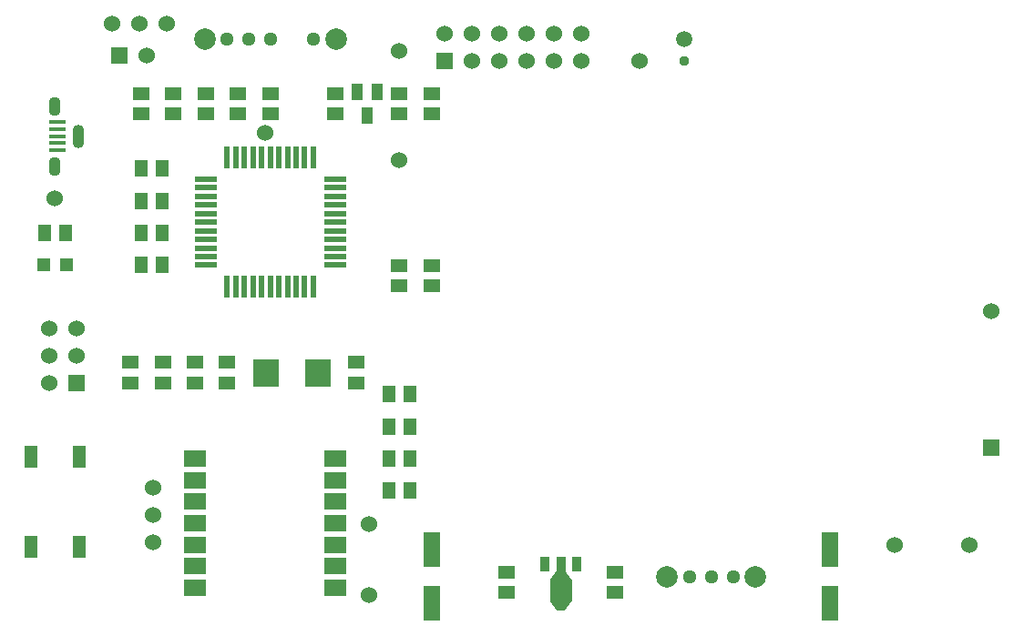
<source format=gts>
%FSLAX34Y34*%
G04 Gerber Fmt 3.4, Leading zero omitted, Abs format*
G04 (created by PCBNEW (2014-jan-25)-product) date Sat 06 Jun 2015 15:54:02 BST*
%MOIN*%
G01*
G70*
G90*
G04 APERTURE LIST*
%ADD10C,0.005906*%
%ADD11R,0.060000X0.060000*%
%ADD12C,0.060000*%
%ADD13R,0.062992X0.125984*%
%ADD14R,0.059100X0.051200*%
%ADD15R,0.051200X0.059100*%
%ADD16R,0.047200X0.047200*%
%ADD17R,0.078740X0.059055*%
%ADD18R,0.039400X0.059100*%
%ADD19C,0.051200*%
%ADD20C,0.078700*%
%ADD21R,0.047200X0.078700*%
%ADD22C,0.059055*%
%ADD23C,0.037402*%
%ADD24R,0.035400X0.055100*%
%ADD25R,0.078700X0.082700*%
%ADD26R,0.019700X0.078700*%
%ADD27R,0.078700X0.019700*%
%ADD28O,0.043300X0.070900*%
%ADD29O,0.043300X0.086600*%
%ADD30R,0.059100X0.017700*%
%ADD31R,0.094500X0.102400*%
G04 APERTURE END LIST*
G54D10*
G54D11*
X45669Y-53543D03*
G54D12*
X45669Y-48543D03*
G54D13*
X39763Y-57283D03*
X39763Y-59251D03*
G54D14*
X31889Y-58839D03*
X31889Y-58089D03*
X27952Y-58839D03*
X27952Y-58089D03*
X19291Y-41319D03*
X19291Y-40569D03*
X15748Y-41319D03*
X15748Y-40569D03*
G54D15*
X15335Y-46850D03*
X14585Y-46850D03*
X15335Y-45669D03*
X14585Y-45669D03*
G54D14*
X21653Y-41319D03*
X21653Y-40569D03*
X16535Y-50412D03*
X16535Y-51162D03*
X22440Y-51162D03*
X22440Y-50412D03*
X14566Y-41319D03*
X14566Y-40569D03*
X17716Y-51162D03*
X17716Y-50412D03*
X24015Y-47619D03*
X24015Y-46869D03*
G54D16*
X11004Y-46850D03*
X11830Y-46850D03*
G54D11*
X12204Y-51181D03*
G54D12*
X11204Y-51181D03*
X12204Y-50181D03*
X11204Y-50181D03*
X12204Y-49181D03*
X11204Y-49181D03*
G54D11*
X13779Y-39173D03*
G54D12*
X14779Y-39173D03*
G54D14*
X25196Y-46869D03*
X25196Y-47619D03*
G54D17*
X16535Y-53937D03*
X16535Y-54724D03*
X16535Y-55511D03*
X16535Y-56299D03*
X16535Y-57086D03*
X16535Y-57874D03*
X16535Y-58661D03*
X21653Y-58661D03*
X21653Y-57874D03*
X21653Y-57086D03*
X21653Y-56299D03*
X21653Y-55511D03*
X21653Y-54724D03*
X21653Y-53937D03*
G54D12*
X44881Y-57086D03*
X42125Y-57086D03*
X15000Y-57000D03*
X15000Y-55000D03*
X15000Y-56000D03*
X13500Y-38000D03*
X14500Y-38000D03*
X15500Y-38000D03*
X22913Y-56338D03*
X22913Y-58937D03*
X19094Y-42007D03*
X11417Y-44409D03*
X24000Y-43000D03*
X24000Y-39000D03*
X32795Y-39370D03*
G54D11*
X25665Y-39370D03*
G54D12*
X25665Y-38370D03*
X26665Y-39370D03*
X26665Y-38370D03*
X27665Y-39370D03*
X27665Y-38370D03*
X28665Y-38370D03*
X28665Y-39370D03*
X29665Y-38370D03*
X29665Y-39370D03*
X30665Y-38370D03*
X30665Y-39370D03*
G54D18*
X22834Y-41377D03*
X23208Y-40511D03*
X22460Y-40511D03*
G54D14*
X16929Y-40569D03*
X16929Y-41319D03*
X18110Y-41319D03*
X18110Y-40569D03*
X15354Y-50412D03*
X15354Y-51162D03*
G54D15*
X14585Y-44488D03*
X15335Y-44488D03*
X14585Y-43307D03*
X15335Y-43307D03*
X11792Y-45669D03*
X11042Y-45669D03*
G54D14*
X24015Y-41319D03*
X24015Y-40569D03*
X25196Y-40569D03*
X25196Y-41319D03*
G54D15*
X24390Y-51574D03*
X23640Y-51574D03*
X24390Y-52755D03*
X23640Y-52755D03*
X24390Y-55118D03*
X23640Y-55118D03*
X24390Y-53937D03*
X23640Y-53937D03*
G54D14*
X14173Y-50412D03*
X14173Y-51162D03*
G54D19*
X36220Y-58267D03*
X35433Y-58267D03*
X34645Y-58267D03*
G54D20*
X37047Y-58267D03*
X33818Y-58267D03*
G54D19*
X20866Y-38582D03*
X19291Y-38582D03*
X18503Y-38582D03*
G54D20*
X21693Y-38582D03*
X16889Y-38582D03*
G54D19*
X17716Y-38582D03*
G54D21*
X10531Y-57165D03*
X10531Y-53857D03*
X12303Y-57165D03*
X12303Y-53857D03*
G54D22*
X34448Y-38582D03*
G54D23*
X34448Y-39370D03*
G54D24*
X29921Y-57814D03*
X30512Y-57814D03*
X29330Y-57814D03*
G54D10*
G36*
X30076Y-58051D02*
X30316Y-58366D01*
X29525Y-58366D01*
X29765Y-58051D01*
X30076Y-58051D01*
X30076Y-58051D01*
G37*
G54D25*
X29921Y-58775D03*
G54D10*
G36*
X30316Y-59185D02*
X30076Y-59500D01*
X29765Y-59500D01*
X29525Y-59185D01*
X30316Y-59185D01*
X30316Y-59185D01*
G37*
G54D26*
X19291Y-42913D03*
X19291Y-47637D03*
G54D27*
X16929Y-45275D03*
X21653Y-45275D03*
X16929Y-44960D03*
X16929Y-44645D03*
X16929Y-44330D03*
X16929Y-44015D03*
X16929Y-43700D03*
X16929Y-45590D03*
X16929Y-45905D03*
X16929Y-46220D03*
X16929Y-46535D03*
X16929Y-46850D03*
X21653Y-44960D03*
X21653Y-44645D03*
X21653Y-44330D03*
X21653Y-44015D03*
X21653Y-43700D03*
X21653Y-45590D03*
X21653Y-45905D03*
X21653Y-46220D03*
X21653Y-46535D03*
X21653Y-46850D03*
G54D26*
X19606Y-42913D03*
X19921Y-42913D03*
X20236Y-42913D03*
X20551Y-42913D03*
X20866Y-42913D03*
X18976Y-42913D03*
X18661Y-42913D03*
X18346Y-42913D03*
X18031Y-42913D03*
X17716Y-42913D03*
X19606Y-47637D03*
X19921Y-47637D03*
X20236Y-47637D03*
X20551Y-47637D03*
X20866Y-47637D03*
X18976Y-47637D03*
X18661Y-47637D03*
X18346Y-47637D03*
X18031Y-47637D03*
X17716Y-47637D03*
G54D28*
X11417Y-43227D03*
X11417Y-41023D03*
G54D29*
X12263Y-42125D03*
G54D30*
X11515Y-42125D03*
X11515Y-42381D03*
X11515Y-42637D03*
X11515Y-41869D03*
X11515Y-41613D03*
G54D31*
X19133Y-50787D03*
X21023Y-50787D03*
G54D13*
X25196Y-57283D03*
X25196Y-59251D03*
M02*

</source>
